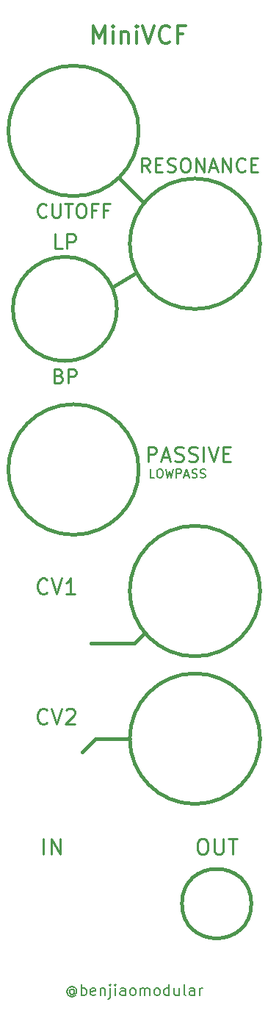
<source format=gbr>
%TF.GenerationSoftware,KiCad,Pcbnew,5.1.9+dfsg1-1~bpo10+1*%
%TF.CreationDate,2022-03-11T22:20:48+08:00*%
%TF.ProjectId,MiniVCF v1.1 - Front,4d696e69-5643-4462-9076-312e31202d20,rev?*%
%TF.SameCoordinates,Original*%
%TF.FileFunction,Legend,Top*%
%TF.FilePolarity,Positive*%
%FSLAX46Y46*%
G04 Gerber Fmt 4.6, Leading zero omitted, Abs format (unit mm)*
G04 Created by KiCad (PCBNEW 5.1.9+dfsg1-1~bpo10+1) date 2022-03-11 22:20:48*
%MOMM*%
%LPD*%
G01*
G04 APERTURE LIST*
%ADD10C,0.450000*%
%ADD11C,0.150000*%
%ADD12C,0.240000*%
%ADD13C,0.300000*%
G04 APERTURE END LIST*
D10*
X68500000Y-147500000D02*
G75*
G03*
X68500000Y-147500000I-4000000J0D01*
G01*
X53340000Y-64008000D02*
X56134000Y-66802000D01*
X55118000Y-74930000D02*
X52578000Y-76454000D01*
D11*
X57333333Y-98452380D02*
X56857142Y-98452380D01*
X56857142Y-97452380D01*
X57857142Y-97452380D02*
X58047619Y-97452380D01*
X58142857Y-97500000D01*
X58238095Y-97595238D01*
X58285714Y-97785714D01*
X58285714Y-98119047D01*
X58238095Y-98309523D01*
X58142857Y-98404761D01*
X58047619Y-98452380D01*
X57857142Y-98452380D01*
X57761904Y-98404761D01*
X57666666Y-98309523D01*
X57619047Y-98119047D01*
X57619047Y-97785714D01*
X57666666Y-97595238D01*
X57761904Y-97500000D01*
X57857142Y-97452380D01*
X58619047Y-97452380D02*
X58857142Y-98452380D01*
X59047619Y-97738095D01*
X59238095Y-98452380D01*
X59476190Y-97452380D01*
X59857142Y-98452380D02*
X59857142Y-97452380D01*
X60238095Y-97452380D01*
X60333333Y-97500000D01*
X60380952Y-97547619D01*
X60428571Y-97642857D01*
X60428571Y-97785714D01*
X60380952Y-97880952D01*
X60333333Y-97928571D01*
X60238095Y-97976190D01*
X59857142Y-97976190D01*
X60809523Y-98166666D02*
X61285714Y-98166666D01*
X60714285Y-98452380D02*
X61047619Y-97452380D01*
X61380952Y-98452380D01*
X61666666Y-98404761D02*
X61809523Y-98452380D01*
X62047619Y-98452380D01*
X62142857Y-98404761D01*
X62190476Y-98357142D01*
X62238095Y-98261904D01*
X62238095Y-98166666D01*
X62190476Y-98071428D01*
X62142857Y-98023809D01*
X62047619Y-97976190D01*
X61857142Y-97928571D01*
X61761904Y-97880952D01*
X61714285Y-97833333D01*
X61666666Y-97738095D01*
X61666666Y-97642857D01*
X61714285Y-97547619D01*
X61761904Y-97500000D01*
X61857142Y-97452380D01*
X62095238Y-97452380D01*
X62238095Y-97500000D01*
X62619047Y-98404761D02*
X62761904Y-98452380D01*
X63000000Y-98452380D01*
X63095238Y-98404761D01*
X63142857Y-98357142D01*
X63190476Y-98261904D01*
X63190476Y-98166666D01*
X63142857Y-98071428D01*
X63095238Y-98023809D01*
X63000000Y-97976190D01*
X62809523Y-97928571D01*
X62714285Y-97880952D01*
X62666666Y-97833333D01*
X62619047Y-97738095D01*
X62619047Y-97642857D01*
X62666666Y-97547619D01*
X62714285Y-97500000D01*
X62809523Y-97452380D01*
X63047619Y-97452380D01*
X63190476Y-97500000D01*
D12*
X56604761Y-96569047D02*
X56604761Y-94869047D01*
X57252380Y-94869047D01*
X57414285Y-94950000D01*
X57495238Y-95030952D01*
X57576190Y-95192857D01*
X57576190Y-95435714D01*
X57495238Y-95597619D01*
X57414285Y-95678571D01*
X57252380Y-95759523D01*
X56604761Y-95759523D01*
X58223809Y-96083333D02*
X59033333Y-96083333D01*
X58061904Y-96569047D02*
X58628571Y-94869047D01*
X59195238Y-96569047D01*
X59680952Y-96488095D02*
X59923809Y-96569047D01*
X60328571Y-96569047D01*
X60490476Y-96488095D01*
X60571428Y-96407142D01*
X60652380Y-96245238D01*
X60652380Y-96083333D01*
X60571428Y-95921428D01*
X60490476Y-95840476D01*
X60328571Y-95759523D01*
X60004761Y-95678571D01*
X59842857Y-95597619D01*
X59761904Y-95516666D01*
X59680952Y-95354761D01*
X59680952Y-95192857D01*
X59761904Y-95030952D01*
X59842857Y-94950000D01*
X60004761Y-94869047D01*
X60409523Y-94869047D01*
X60652380Y-94950000D01*
X61300000Y-96488095D02*
X61542857Y-96569047D01*
X61947619Y-96569047D01*
X62109523Y-96488095D01*
X62190476Y-96407142D01*
X62271428Y-96245238D01*
X62271428Y-96083333D01*
X62190476Y-95921428D01*
X62109523Y-95840476D01*
X61947619Y-95759523D01*
X61623809Y-95678571D01*
X61461904Y-95597619D01*
X61380952Y-95516666D01*
X61300000Y-95354761D01*
X61300000Y-95192857D01*
X61380952Y-95030952D01*
X61461904Y-94950000D01*
X61623809Y-94869047D01*
X62028571Y-94869047D01*
X62271428Y-94950000D01*
X63000000Y-96569047D02*
X63000000Y-94869047D01*
X63566666Y-94869047D02*
X64133333Y-96569047D01*
X64700000Y-94869047D01*
X65266666Y-95678571D02*
X65833333Y-95678571D01*
X66076190Y-96569047D02*
X65266666Y-96569047D01*
X65266666Y-94869047D01*
X66076190Y-94869047D01*
D11*
X48065476Y-157470238D02*
X48005952Y-157410714D01*
X47886904Y-157351190D01*
X47767857Y-157351190D01*
X47648809Y-157410714D01*
X47589285Y-157470238D01*
X47529761Y-157589285D01*
X47529761Y-157708333D01*
X47589285Y-157827380D01*
X47648809Y-157886904D01*
X47767857Y-157946428D01*
X47886904Y-157946428D01*
X48005952Y-157886904D01*
X48065476Y-157827380D01*
X48065476Y-157351190D02*
X48065476Y-157827380D01*
X48125000Y-157886904D01*
X48184523Y-157886904D01*
X48303571Y-157827380D01*
X48363095Y-157708333D01*
X48363095Y-157410714D01*
X48244047Y-157232142D01*
X48065476Y-157113095D01*
X47827380Y-157053571D01*
X47589285Y-157113095D01*
X47410714Y-157232142D01*
X47291666Y-157410714D01*
X47232142Y-157648809D01*
X47291666Y-157886904D01*
X47410714Y-158065476D01*
X47589285Y-158184523D01*
X47827380Y-158244047D01*
X48065476Y-158184523D01*
X48244047Y-158065476D01*
X48898809Y-158065476D02*
X48898809Y-156815476D01*
X48898809Y-157291666D02*
X49017857Y-157232142D01*
X49255952Y-157232142D01*
X49375000Y-157291666D01*
X49434523Y-157351190D01*
X49494047Y-157470238D01*
X49494047Y-157827380D01*
X49434523Y-157946428D01*
X49375000Y-158005952D01*
X49255952Y-158065476D01*
X49017857Y-158065476D01*
X48898809Y-158005952D01*
X50505952Y-158005952D02*
X50386904Y-158065476D01*
X50148809Y-158065476D01*
X50029761Y-158005952D01*
X49970238Y-157886904D01*
X49970238Y-157410714D01*
X50029761Y-157291666D01*
X50148809Y-157232142D01*
X50386904Y-157232142D01*
X50505952Y-157291666D01*
X50565476Y-157410714D01*
X50565476Y-157529761D01*
X49970238Y-157648809D01*
X51101190Y-157232142D02*
X51101190Y-158065476D01*
X51101190Y-157351190D02*
X51160714Y-157291666D01*
X51279761Y-157232142D01*
X51458333Y-157232142D01*
X51577380Y-157291666D01*
X51636904Y-157410714D01*
X51636904Y-158065476D01*
X52232142Y-157232142D02*
X52232142Y-158303571D01*
X52172619Y-158422619D01*
X52053571Y-158482142D01*
X51994047Y-158482142D01*
X52232142Y-156815476D02*
X52172619Y-156875000D01*
X52232142Y-156934523D01*
X52291666Y-156875000D01*
X52232142Y-156815476D01*
X52232142Y-156934523D01*
X52827380Y-158065476D02*
X52827380Y-157232142D01*
X52827380Y-156815476D02*
X52767857Y-156875000D01*
X52827380Y-156934523D01*
X52886904Y-156875000D01*
X52827380Y-156815476D01*
X52827380Y-156934523D01*
X53958333Y-158065476D02*
X53958333Y-157410714D01*
X53898809Y-157291666D01*
X53779761Y-157232142D01*
X53541666Y-157232142D01*
X53422619Y-157291666D01*
X53958333Y-158005952D02*
X53839285Y-158065476D01*
X53541666Y-158065476D01*
X53422619Y-158005952D01*
X53363095Y-157886904D01*
X53363095Y-157767857D01*
X53422619Y-157648809D01*
X53541666Y-157589285D01*
X53839285Y-157589285D01*
X53958333Y-157529761D01*
X54732142Y-158065476D02*
X54613095Y-158005952D01*
X54553571Y-157946428D01*
X54494047Y-157827380D01*
X54494047Y-157470238D01*
X54553571Y-157351190D01*
X54613095Y-157291666D01*
X54732142Y-157232142D01*
X54910714Y-157232142D01*
X55029761Y-157291666D01*
X55089285Y-157351190D01*
X55148809Y-157470238D01*
X55148809Y-157827380D01*
X55089285Y-157946428D01*
X55029761Y-158005952D01*
X54910714Y-158065476D01*
X54732142Y-158065476D01*
X55684523Y-158065476D02*
X55684523Y-157232142D01*
X55684523Y-157351190D02*
X55744047Y-157291666D01*
X55863095Y-157232142D01*
X56041666Y-157232142D01*
X56160714Y-157291666D01*
X56220238Y-157410714D01*
X56220238Y-158065476D01*
X56220238Y-157410714D02*
X56279761Y-157291666D01*
X56398809Y-157232142D01*
X56577380Y-157232142D01*
X56696428Y-157291666D01*
X56755952Y-157410714D01*
X56755952Y-158065476D01*
X57529761Y-158065476D02*
X57410714Y-158005952D01*
X57351190Y-157946428D01*
X57291666Y-157827380D01*
X57291666Y-157470238D01*
X57351190Y-157351190D01*
X57410714Y-157291666D01*
X57529761Y-157232142D01*
X57708333Y-157232142D01*
X57827380Y-157291666D01*
X57886904Y-157351190D01*
X57946428Y-157470238D01*
X57946428Y-157827380D01*
X57886904Y-157946428D01*
X57827380Y-158005952D01*
X57708333Y-158065476D01*
X57529761Y-158065476D01*
X59017857Y-158065476D02*
X59017857Y-156815476D01*
X59017857Y-158005952D02*
X58898809Y-158065476D01*
X58660714Y-158065476D01*
X58541666Y-158005952D01*
X58482142Y-157946428D01*
X58422619Y-157827380D01*
X58422619Y-157470238D01*
X58482142Y-157351190D01*
X58541666Y-157291666D01*
X58660714Y-157232142D01*
X58898809Y-157232142D01*
X59017857Y-157291666D01*
X60148809Y-157232142D02*
X60148809Y-158065476D01*
X59613095Y-157232142D02*
X59613095Y-157886904D01*
X59672619Y-158005952D01*
X59791666Y-158065476D01*
X59970238Y-158065476D01*
X60089285Y-158005952D01*
X60148809Y-157946428D01*
X60922619Y-158065476D02*
X60803571Y-158005952D01*
X60744047Y-157886904D01*
X60744047Y-156815476D01*
X61934523Y-158065476D02*
X61934523Y-157410714D01*
X61875000Y-157291666D01*
X61755952Y-157232142D01*
X61517857Y-157232142D01*
X61398809Y-157291666D01*
X61934523Y-158005952D02*
X61815476Y-158065476D01*
X61517857Y-158065476D01*
X61398809Y-158005952D01*
X61339285Y-157886904D01*
X61339285Y-157767857D01*
X61398809Y-157648809D01*
X61517857Y-157589285D01*
X61815476Y-157589285D01*
X61934523Y-157529761D01*
X62529761Y-158065476D02*
X62529761Y-157232142D01*
X62529761Y-157470238D02*
X62589285Y-157351190D01*
X62648809Y-157291666D01*
X62767857Y-157232142D01*
X62886904Y-157232142D01*
D13*
X50261904Y-48404761D02*
X50261904Y-46404761D01*
X50928571Y-47833333D01*
X51595238Y-46404761D01*
X51595238Y-48404761D01*
X52547619Y-48404761D02*
X52547619Y-47071428D01*
X52547619Y-46404761D02*
X52452380Y-46500000D01*
X52547619Y-46595238D01*
X52642857Y-46500000D01*
X52547619Y-46404761D01*
X52547619Y-46595238D01*
X53500000Y-47071428D02*
X53500000Y-48404761D01*
X53500000Y-47261904D02*
X53595238Y-47166666D01*
X53785714Y-47071428D01*
X54071428Y-47071428D01*
X54261904Y-47166666D01*
X54357142Y-47357142D01*
X54357142Y-48404761D01*
X55309523Y-48404761D02*
X55309523Y-47071428D01*
X55309523Y-46404761D02*
X55214285Y-46500000D01*
X55309523Y-46595238D01*
X55404761Y-46500000D01*
X55309523Y-46404761D01*
X55309523Y-46595238D01*
X55976190Y-46404761D02*
X56642857Y-48404761D01*
X57309523Y-46404761D01*
X59119047Y-48214285D02*
X59023809Y-48309523D01*
X58738095Y-48404761D01*
X58547619Y-48404761D01*
X58261904Y-48309523D01*
X58071428Y-48119047D01*
X57976190Y-47928571D01*
X57880952Y-47547619D01*
X57880952Y-47261904D01*
X57976190Y-46880952D01*
X58071428Y-46690476D01*
X58261904Y-46500000D01*
X58547619Y-46404761D01*
X58738095Y-46404761D01*
X59023809Y-46500000D01*
X59119047Y-46595238D01*
X60642857Y-47357142D02*
X59976190Y-47357142D01*
X59976190Y-48404761D02*
X59976190Y-46404761D01*
X60928571Y-46404761D01*
D12*
X46676190Y-72069047D02*
X45866666Y-72069047D01*
X45866666Y-70369047D01*
X47242857Y-72069047D02*
X47242857Y-70369047D01*
X47890476Y-70369047D01*
X48052380Y-70450000D01*
X48133333Y-70530952D01*
X48214285Y-70692857D01*
X48214285Y-70935714D01*
X48133333Y-71097619D01*
X48052380Y-71178571D01*
X47890476Y-71259523D01*
X47242857Y-71259523D01*
X46314285Y-86685714D02*
X46542857Y-86761904D01*
X46619047Y-86838095D01*
X46695238Y-86990476D01*
X46695238Y-87219047D01*
X46619047Y-87371428D01*
X46542857Y-87447619D01*
X46390476Y-87523809D01*
X45780952Y-87523809D01*
X45780952Y-85923809D01*
X46314285Y-85923809D01*
X46466666Y-86000000D01*
X46542857Y-86076190D01*
X46619047Y-86228571D01*
X46619047Y-86380952D01*
X46542857Y-86533333D01*
X46466666Y-86609523D01*
X46314285Y-86685714D01*
X45780952Y-86685714D01*
X47380952Y-87523809D02*
X47380952Y-85923809D01*
X47990476Y-85923809D01*
X48142857Y-86000000D01*
X48219047Y-86076190D01*
X48295238Y-86228571D01*
X48295238Y-86457142D01*
X48219047Y-86609523D01*
X48142857Y-86685714D01*
X47990476Y-86761904D01*
X47380952Y-86761904D01*
D10*
X53000000Y-79000000D02*
G75*
G03*
X53000000Y-79000000I-6000000J0D01*
G01*
D12*
X56785714Y-63223809D02*
X56252380Y-62461904D01*
X55871428Y-63223809D02*
X55871428Y-61623809D01*
X56480952Y-61623809D01*
X56633333Y-61700000D01*
X56709523Y-61776190D01*
X56785714Y-61928571D01*
X56785714Y-62157142D01*
X56709523Y-62309523D01*
X56633333Y-62385714D01*
X56480952Y-62461904D01*
X55871428Y-62461904D01*
X57471428Y-62385714D02*
X58004761Y-62385714D01*
X58233333Y-63223809D02*
X57471428Y-63223809D01*
X57471428Y-61623809D01*
X58233333Y-61623809D01*
X58842857Y-63147619D02*
X59071428Y-63223809D01*
X59452380Y-63223809D01*
X59604761Y-63147619D01*
X59680952Y-63071428D01*
X59757142Y-62919047D01*
X59757142Y-62766666D01*
X59680952Y-62614285D01*
X59604761Y-62538095D01*
X59452380Y-62461904D01*
X59147619Y-62385714D01*
X58995238Y-62309523D01*
X58919047Y-62233333D01*
X58842857Y-62080952D01*
X58842857Y-61928571D01*
X58919047Y-61776190D01*
X58995238Y-61700000D01*
X59147619Y-61623809D01*
X59528571Y-61623809D01*
X59757142Y-61700000D01*
X60747619Y-61623809D02*
X61052380Y-61623809D01*
X61204761Y-61700000D01*
X61357142Y-61852380D01*
X61433333Y-62157142D01*
X61433333Y-62690476D01*
X61357142Y-62995238D01*
X61204761Y-63147619D01*
X61052380Y-63223809D01*
X60747619Y-63223809D01*
X60595238Y-63147619D01*
X60442857Y-62995238D01*
X60366666Y-62690476D01*
X60366666Y-62157142D01*
X60442857Y-61852380D01*
X60595238Y-61700000D01*
X60747619Y-61623809D01*
X62119047Y-63223809D02*
X62119047Y-61623809D01*
X63033333Y-63223809D01*
X63033333Y-61623809D01*
X63719047Y-62766666D02*
X64480952Y-62766666D01*
X63566666Y-63223809D02*
X64100000Y-61623809D01*
X64633333Y-63223809D01*
X65166666Y-63223809D02*
X65166666Y-61623809D01*
X66080952Y-63223809D01*
X66080952Y-61623809D01*
X67757142Y-63071428D02*
X67680952Y-63147619D01*
X67452380Y-63223809D01*
X67300000Y-63223809D01*
X67071428Y-63147619D01*
X66919047Y-62995238D01*
X66842857Y-62842857D01*
X66766666Y-62538095D01*
X66766666Y-62309523D01*
X66842857Y-62004761D01*
X66919047Y-61852380D01*
X67071428Y-61700000D01*
X67300000Y-61623809D01*
X67452380Y-61623809D01*
X67680952Y-61700000D01*
X67757142Y-61776190D01*
X68442857Y-62385714D02*
X68976190Y-62385714D01*
X69204761Y-63223809D02*
X68442857Y-63223809D01*
X68442857Y-61623809D01*
X69204761Y-61623809D01*
X44838095Y-68321428D02*
X44761904Y-68397619D01*
X44533333Y-68473809D01*
X44380952Y-68473809D01*
X44152380Y-68397619D01*
X44000000Y-68245238D01*
X43923809Y-68092857D01*
X43847619Y-67788095D01*
X43847619Y-67559523D01*
X43923809Y-67254761D01*
X44000000Y-67102380D01*
X44152380Y-66950000D01*
X44380952Y-66873809D01*
X44533333Y-66873809D01*
X44761904Y-66950000D01*
X44838095Y-67026190D01*
X45523809Y-66873809D02*
X45523809Y-68169047D01*
X45600000Y-68321428D01*
X45676190Y-68397619D01*
X45828571Y-68473809D01*
X46133333Y-68473809D01*
X46285714Y-68397619D01*
X46361904Y-68321428D01*
X46438095Y-68169047D01*
X46438095Y-66873809D01*
X46971428Y-66873809D02*
X47885714Y-66873809D01*
X47428571Y-68473809D02*
X47428571Y-66873809D01*
X48723809Y-66873809D02*
X49028571Y-66873809D01*
X49180952Y-66950000D01*
X49333333Y-67102380D01*
X49409523Y-67407142D01*
X49409523Y-67940476D01*
X49333333Y-68245238D01*
X49180952Y-68397619D01*
X49028571Y-68473809D01*
X48723809Y-68473809D01*
X48571428Y-68397619D01*
X48419047Y-68245238D01*
X48342857Y-67940476D01*
X48342857Y-67407142D01*
X48419047Y-67102380D01*
X48571428Y-66950000D01*
X48723809Y-66873809D01*
X50628571Y-67635714D02*
X50095238Y-67635714D01*
X50095238Y-68473809D02*
X50095238Y-66873809D01*
X50857142Y-66873809D01*
X52000000Y-67635714D02*
X51466666Y-67635714D01*
X51466666Y-68473809D02*
X51466666Y-66873809D01*
X52228571Y-66873809D01*
D10*
X55516648Y-97500000D02*
G75*
G03*
X55516648Y-97500000I-7516648J0D01*
G01*
X55516648Y-58500000D02*
G75*
G03*
X55516648Y-58500000I-7516648J0D01*
G01*
X69516648Y-71500000D02*
G75*
G03*
X69516648Y-71500000I-7516648J0D01*
G01*
X50500000Y-128500000D02*
X49000000Y-130000000D01*
X55000000Y-117500000D02*
X56100000Y-116400000D01*
X50000000Y-117500000D02*
X55000000Y-117500000D01*
X50500000Y-128500000D02*
X54483352Y-128500000D01*
X69516648Y-111500000D02*
G75*
G03*
X69516648Y-111500000I-7516648J0D01*
G01*
X69516648Y-128500000D02*
G75*
G03*
X69516648Y-128500000I-7516648J0D01*
G01*
D12*
X44928571Y-111642857D02*
X44842857Y-111728571D01*
X44585714Y-111814285D01*
X44414285Y-111814285D01*
X44157142Y-111728571D01*
X43985714Y-111557142D01*
X43900000Y-111385714D01*
X43814285Y-111042857D01*
X43814285Y-110785714D01*
X43900000Y-110442857D01*
X43985714Y-110271428D01*
X44157142Y-110100000D01*
X44414285Y-110014285D01*
X44585714Y-110014285D01*
X44842857Y-110100000D01*
X44928571Y-110185714D01*
X45442857Y-110014285D02*
X46042857Y-111814285D01*
X46642857Y-110014285D01*
X48185714Y-111814285D02*
X47157142Y-111814285D01*
X47671428Y-111814285D02*
X47671428Y-110014285D01*
X47500000Y-110271428D01*
X47328571Y-110442857D01*
X47157142Y-110528571D01*
X44928571Y-126642857D02*
X44842857Y-126728571D01*
X44585714Y-126814285D01*
X44414285Y-126814285D01*
X44157142Y-126728571D01*
X43985714Y-126557142D01*
X43900000Y-126385714D01*
X43814285Y-126042857D01*
X43814285Y-125785714D01*
X43900000Y-125442857D01*
X43985714Y-125271428D01*
X44157142Y-125100000D01*
X44414285Y-125014285D01*
X44585714Y-125014285D01*
X44842857Y-125100000D01*
X44928571Y-125185714D01*
X45442857Y-125014285D02*
X46042857Y-126814285D01*
X46642857Y-125014285D01*
X47157142Y-125185714D02*
X47242857Y-125100000D01*
X47414285Y-125014285D01*
X47842857Y-125014285D01*
X48014285Y-125100000D01*
X48100000Y-125185714D01*
X48185714Y-125357142D01*
X48185714Y-125528571D01*
X48100000Y-125785714D01*
X47071428Y-126814285D01*
X48185714Y-126814285D01*
X44557142Y-141814285D02*
X44557142Y-140014285D01*
X45414285Y-141814285D02*
X45414285Y-140014285D01*
X46442857Y-141814285D01*
X46442857Y-140014285D01*
X62700000Y-140014285D02*
X63042857Y-140014285D01*
X63214285Y-140100000D01*
X63385714Y-140271428D01*
X63471428Y-140614285D01*
X63471428Y-141214285D01*
X63385714Y-141557142D01*
X63214285Y-141728571D01*
X63042857Y-141814285D01*
X62700000Y-141814285D01*
X62528571Y-141728571D01*
X62357142Y-141557142D01*
X62271428Y-141214285D01*
X62271428Y-140614285D01*
X62357142Y-140271428D01*
X62528571Y-140100000D01*
X62700000Y-140014285D01*
X64242857Y-140014285D02*
X64242857Y-141471428D01*
X64328571Y-141642857D01*
X64414285Y-141728571D01*
X64585714Y-141814285D01*
X64928571Y-141814285D01*
X65100000Y-141728571D01*
X65185714Y-141642857D01*
X65271428Y-141471428D01*
X65271428Y-140014285D01*
X65871428Y-140014285D02*
X66900000Y-140014285D01*
X66385714Y-141814285D02*
X66385714Y-140014285D01*
M02*

</source>
